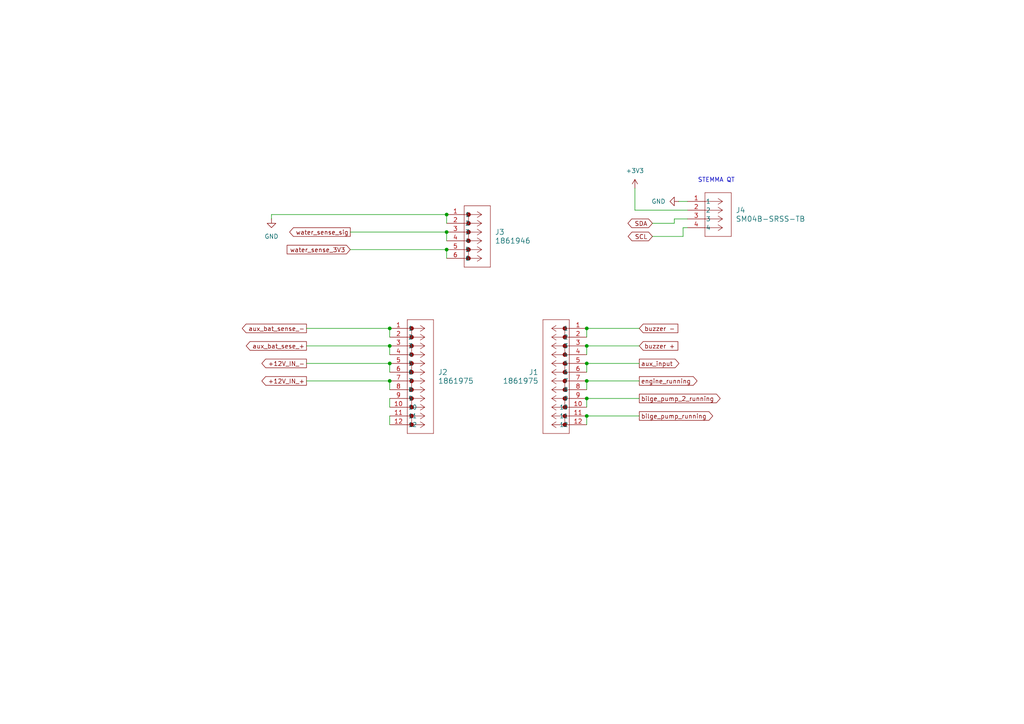
<source format=kicad_sch>
(kicad_sch (version 20231120) (generator "eeschema") (generator_version "8.0")
  (paper "A4")
  (lib_symbols
    (symbol "1861946:1861946" (pin_names (offset 0.254))
      (property "Reference" "J" (at 8.89 6.35 0))
      (property "Value" "1861946" (at 0 0 0))
      (symbol "1861946_0_1"
        (polyline (pts (xy 5.08 -15.24) (xy 12.7 -15.24)) (stroke (width 0.127)))
        (polyline (pts (xy 5.08 2.54) (xy 5.08 -15.24)) (stroke (width 0.127)))
        (polyline (pts (xy 6.35 -10.16) (xy 6.35 -12.7)) (stroke (width 0.127)))
        (polyline (pts (xy 6.35 -5.08) (xy 6.35 -7.62)) (stroke (width 0.127)))
        (polyline (pts (xy 6.35 0) (xy 6.35 -2.54)) (stroke (width 0.127)))
        (polyline (pts (xy 10.16 -12.7) (xy 5.08 -12.7)) (stroke (width 0.127)))
        (polyline (pts (xy 10.16 -12.7) (xy 8.89 -13.5467)) (stroke (width 0.127)))
        (polyline (pts (xy 10.16 -12.7) (xy 8.89 -11.8533)) (stroke (width 0.127)))
        (polyline (pts (xy 10.16 -10.16) (xy 5.08 -10.16)) (stroke (width 0.127)))
        (polyline (pts (xy 10.16 -10.16) (xy 8.89 -11.0067)) (stroke (width 0.127)))
        (polyline (pts (xy 10.16 -10.16) (xy 8.89 -9.3133)) (stroke (width 0.127)))
        (polyline (pts (xy 10.16 -7.62) (xy 5.08 -7.62)) (stroke (width 0.127)))
        (polyline (pts (xy 10.16 -7.62) (xy 8.89 -8.4667)) (stroke (width 0.127)))
        (polyline (pts (xy 10.16 -7.62) (xy 8.89 -6.7733)) (stroke (width 0.127)))
        (polyline (pts (xy 10.16 -5.08) (xy 5.08 -5.08)) (stroke (width 0.127)))
        (polyline (pts (xy 10.16 -5.08) (xy 8.89 -5.9267)) (stroke (width 0.127)))
        (polyline (pts (xy 10.16 -5.08) (xy 8.89 -4.2333)) (stroke (width 0.127)))
        (polyline (pts (xy 10.16 -2.54) (xy 5.08 -2.54)) (stroke (width 0.127)))
        (polyline (pts (xy 10.16 -2.54) (xy 8.89 -3.3867)) (stroke (width 0.127)))
        (polyline (pts (xy 10.16 -2.54) (xy 8.89 -1.6933)) (stroke (width 0.127)))
        (polyline (pts (xy 10.16 0) (xy 5.08 0)) (stroke (width 0.127)))
        (polyline (pts (xy 10.16 0) (xy 8.89 -0.8467)) (stroke (width 0.127)))
        (polyline (pts (xy 10.16 0) (xy 8.89 0.8467)) (stroke (width 0.127)))
        (polyline (pts (xy 12.7 -15.24) (xy 12.7 2.54)) (stroke (width 0.127)))
        (polyline (pts (xy 12.7 2.54) (xy 5.08 2.54)) (stroke (width 0.127)))
        (circle (center 6.35 -12.7) (radius 0.127) (stroke (width 0.508)))
        (circle (center 6.35 -10.16) (radius 0.127) (stroke (width 0.508)))
        (circle (center 6.35 -7.62) (radius 0.127) (stroke (width 0.508)))
        (circle (center 6.35 -5.08) (radius 0.127) (stroke (width 0.508)))
        (circle (center 6.35 -2.54) (radius 0.127) (stroke (width 0.508)))
        (circle (center 6.35 0) (radius 0.127) (stroke (width 0.508)))
        (pin unspecified line (at 0 0 0) (length 5.08) (name "1") (number "1"))
        (pin unspecified line (at 0 -2.54 0) (length 5.08) (name "2") (number "2"))
        (pin unspecified line (at 0 -5.08 0) (length 5.08) (name "3") (number "3"))
        (pin unspecified line (at 0 -7.62 0) (length 5.08) (name "4") (number "4"))
        (pin unspecified line (at 0 -10.16 0) (length 5.08) (name "5") (number "5"))
        (pin unspecified line (at 0 -12.7 0) (length 5.08) (name "6") (number "6"))
      )
    )
    (symbol "1861975:1861975" (pin_names (offset 0.254))
      (property "Reference" "J" (at 8.89 6.35 0))
      (property "Value" "1861975" (at 0 0 0))
      (symbol "1861975_0_1"
        (polyline (pts (xy 5.08 -30.48) (xy 12.7 -30.48)) (stroke (width 0.127)))
        (polyline (pts (xy 5.08 2.54) (xy 5.08 -30.48)) (stroke (width 0.127)))
        (polyline (pts (xy 6.35 -25.4) (xy 6.35 -27.94)) (stroke (width 0.127)))
        (polyline (pts (xy 6.35 -20.32) (xy 6.35 -22.86)) (stroke (width 0.127)))
        (polyline (pts (xy 6.35 -15.24) (xy 6.35 -17.78)) (stroke (width 0.127)))
        (polyline (pts (xy 6.35 -10.16) (xy 6.35 -12.7)) (stroke (width 0.127)))
        (polyline (pts (xy 6.35 -5.08) (xy 6.35 -7.62)) (stroke (width 0.127)))
        (polyline (pts (xy 6.35 0) (xy 6.35 -2.54)) (stroke (width 0.127)))
        (polyline (pts (xy 10.16 -27.94) (xy 5.08 -27.94)) (stroke (width 0.127)))
        (polyline (pts (xy 10.16 -27.94) (xy 8.89 -28.7867)) (stroke (width 0.127)))
        (polyline (pts (xy 10.16 -27.94) (xy 8.89 -27.0933)) (stroke (width 0.127)))
        (polyline (pts (xy 10.16 -25.4) (xy 5.08 -25.4)) (stroke (width 0.127)))
        (polyline (pts (xy 10.16 -25.4) (xy 8.89 -26.2467)) (stroke (width 0.127)))
        (polyline (pts (xy 10.16 -25.4) (xy 8.89 -24.5533)) (stroke (width 0.127)))
        (polyline (pts (xy 10.16 -22.86) (xy 5.08 -22.86)) (stroke (width 0.127)))
        (polyline (pts (xy 10.16 -22.86) (xy 8.89 -23.7067)) (stroke (width 0.127)))
        (polyline (pts (xy 10.16 -22.86) (xy 8.89 -22.0133)) (stroke (width 0.127)))
        (polyline (pts (xy 10.16 -20.32) (xy 5.08 -20.32)) (stroke (width 0.127)))
        (polyline (pts (xy 10.16 -20.32) (xy 8.89 -21.1667)) (stroke (width 0.127)))
        (polyline (pts (xy 10.16 -20.32) (xy 8.89 -19.4733)) (stroke (width 0.127)))
        (polyline (pts (xy 10.16 -17.78) (xy 5.08 -17.78)) (stroke (width 0.127)))
        (polyline (pts (xy 10.16 -17.78) (xy 8.89 -18.6267)) (stroke (width 0.127)))
        (polyline (pts (xy 10.16 -17.78) (xy 8.89 -16.9333)) (stroke (width 0.127)))
        (polyline (pts (xy 10.16 -15.24) (xy 5.08 -15.24)) (stroke (width 0.127)))
        (polyline (pts (xy 10.16 -15.24) (xy 8.89 -16.0867)) (stroke (width 0.127)))
        (polyline (pts (xy 10.16 -15.24) (xy 8.89 -14.3933)) (stroke (width 0.127)))
        (polyline (pts (xy 10.16 -12.7) (xy 5.08 -12.7)) (stroke (width 0.127)))
        (polyline (pts (xy 10.16 -12.7) (xy 8.89 -13.5467)) (stroke (width 0.127)))
        (polyline (pts (xy 10.16 -12.7) (xy 8.89 -11.8533)) (stroke (width 0.127)))
        (polyline (pts (xy 10.16 -10.16) (xy 5.08 -10.16)) (stroke (width 0.127)))
        (polyline (pts (xy 10.16 -10.16) (xy 8.89 -11.0067)) (stroke (width 0.127)))
        (polyline (pts (xy 10.16 -10.16) (xy 8.89 -9.3133)) (stroke (width 0.127)))
        (polyline (pts (xy 10.16 -7.62) (xy 5.08 -7.62)) (stroke (width 0.127)))
        (polyline (pts (xy 10.16 -7.62) (xy 8.89 -8.4667)) (stroke (width 0.127)))
        (polyline (pts (xy 10.16 -7.62) (xy 8.89 -6.7733)) (stroke (width 0.127)))
        (polyline (pts (xy 10.16 -5.08) (xy 5.08 -5.08)) (stroke (width 0.127)))
        (polyline (pts (xy 10.16 -5.08) (xy 8.89 -5.9267)) (stroke (width 0.127)))
        (polyline (pts (xy 10.16 -5.08) (xy 8.89 -4.2333)) (stroke (width 0.127)))
        (polyline (pts (xy 10.16 -2.54) (xy 5.08 -2.54)) (stroke (width 0.127)))
        (polyline (pts (xy 10.16 -2.54) (xy 8.89 -3.3867)) (stroke (width 0.127)))
        (polyline (pts (xy 10.16 -2.54) (xy 8.89 -1.6933)) (stroke (width 0.127)))
        (polyline (pts (xy 10.16 0) (xy 5.08 0)) (stroke (width 0.127)))
        (polyline (pts (xy 10.16 0) (xy 8.89 -0.8467)) (stroke (width 0.127)))
        (polyline (pts (xy 10.16 0) (xy 8.89 0.8467)) (stroke (width 0.127)))
        (polyline (pts (xy 12.7 -30.48) (xy 12.7 2.54)) (stroke (width 0.127)))
        (polyline (pts (xy 12.7 2.54) (xy 5.08 2.54)) (stroke (width 0.127)))
        (circle (center 6.35 -27.94) (radius 0.127) (stroke (width 0.508)))
        (circle (center 6.35 -25.4) (radius 0.127) (stroke (width 0.508)))
        (circle (center 6.35 -22.86) (radius 0.127) (stroke (width 0.508)))
        (circle (center 6.35 -20.32) (radius 0.127) (stroke (width 0.508)))
        (circle (center 6.35 -17.78) (radius 0.127) (stroke (width 0.508)))
        (circle (center 6.35 -15.24) (radius 0.127) (stroke (width 0.508)))
        (circle (center 6.35 -12.7) (radius 0.127) (stroke (width 0.508)))
        (circle (center 6.35 -10.16) (radius 0.127) (stroke (width 0.508)))
        (circle (center 6.35 -7.62) (radius 0.127) (stroke (width 0.508)))
        (circle (center 6.35 -5.08) (radius 0.127) (stroke (width 0.508)))
        (circle (center 6.35 -2.54) (radius 0.127) (stroke (width 0.508)))
        (circle (center 6.35 0) (radius 0.127) (stroke (width 0.508)))
        (pin unspecified line (at 0 0 0) (length 5.08) (name "1") (number "1"))
        (pin unspecified line (at 0 -22.86 0) (length 5.08) (name "10") (number "10"))
        (pin unspecified line (at 0 -25.4 0) (length 5.08) (name "11") (number "11"))
        (pin unspecified line (at 0 -27.94 0) (length 5.08) (name "12") (number "12"))
        (pin unspecified line (at 0 -2.54 0) (length 5.08) (name "2") (number "2"))
        (pin unspecified line (at 0 -5.08 0) (length 5.08) (name "3") (number "3"))
        (pin unspecified line (at 0 -7.62 0) (length 5.08) (name "4") (number "4"))
        (pin unspecified line (at 0 -10.16 0) (length 5.08) (name "5") (number "5"))
        (pin unspecified line (at 0 -12.7 0) (length 5.08) (name "6") (number "6"))
        (pin unspecified line (at 0 -15.24 0) (length 5.08) (name "7") (number "7"))
        (pin unspecified line (at 0 -17.78 0) (length 5.08) (name "8") (number "8"))
        (pin unspecified line (at 0 -20.32 0) (length 5.08) (name "9") (number "9"))
      )
    )
    (symbol "power:+3V3" (power) (pin_names (offset 0))
      (property "Value" "+3V3" (at 0 3.556 0))
      (symbol "+3V3_0_1"
        (polyline (pts (xy -0.762 1.27) (xy 0 2.54)))
        (polyline (pts (xy 0 0) (xy 0 2.54)))
        (polyline (pts (xy 0 2.54) (xy 0.762 1.27)))
      )
      (symbol "+3V3_1_1"
        (pin power_in line (at 0 0 90) (length 0) hide (name "+3V3") (number "1"))
      )
    )
    (symbol "power:GND" (power) (pin_numbers hide) (pin_names (offset 0) hide)
      (property "Value" "GND" (at 0 -3.81 0))
      (symbol "GND_0_1"
        (polyline (pts (xy 0 0) (xy 0 -1.27) (xy 1.27 -1.27) (xy 0 -2.54) (xy -1.27 -1.27) (xy 0 -1.27)))
      )
      (symbol "GND_1_1"
        (pin power_in line (at 0 0 270) (length 0) (name "~") (number "1"))
      )
    )
    (symbol "stemma QT:SM04B-SRSS-TB" (pin_names (offset 0.254))
      (property "Reference" "J" (at 8.89 6.35 0))
      (property "Value" "SM04B-SRSS-TB" (at 0 0 0))
      (symbol "SM04B-SRSS-TB_1_1"
        (polyline (pts (xy 5.08 -10.16) (xy 12.7 -10.16)) (stroke (width 0.127)))
        (polyline (pts (xy 5.08 2.54) (xy 5.08 -10.16)) (stroke (width 0.127)))
        (polyline (pts (xy 10.16 -7.62) (xy 5.08 -7.62)) (stroke (width 0.127)))
        (polyline (pts (xy 10.16 -7.62) (xy 8.89 -8.4667)) (stroke (width 0.127)))
        (polyline (pts (xy 10.16 -7.62) (xy 8.89 -6.7733)) (stroke (width 0.127)))
        (polyline (pts (xy 10.16 -5.08) (xy 5.08 -5.08)) (stroke (width 0.127)))
        (polyline (pts (xy 10.16 -5.08) (xy 8.89 -5.9267)) (stroke (width 0.127)))
        (polyline (pts (xy 10.16 -5.08) (xy 8.89 -4.2333)) (stroke (width 0.127)))
        (polyline (pts (xy 10.16 -2.54) (xy 5.08 -2.54)) (stroke (width 0.127)))
        (polyline (pts (xy 10.16 -2.54) (xy 8.89 -3.3867)) (stroke (width 0.127)))
        (polyline (pts (xy 10.16 -2.54) (xy 8.89 -1.6933)) (stroke (width 0.127)))
        (polyline (pts (xy 10.16 0) (xy 5.08 0)) (stroke (width 0.127)))
        (polyline (pts (xy 10.16 0) (xy 8.89 -0.8467)) (stroke (width 0.127)))
        (polyline (pts (xy 10.16 0) (xy 8.89 0.8467)) (stroke (width 0.127)))
        (polyline (pts (xy 12.7 -10.16) (xy 12.7 2.54)) (stroke (width 0.127)))
        (polyline (pts (xy 12.7 2.54) (xy 5.08 2.54)) (stroke (width 0.127)))
        (pin unspecified line (at 0 0 0) (length 5.08) (name "1") (number "1"))
        (pin unspecified line (at 0 -2.54 0) (length 5.08) (name "2") (number "2"))
        (pin unspecified line (at 0 -5.08 0) (length 5.08) (name "3") (number "3"))
        (pin unspecified line (at 0 -7.62 0) (length 5.08) (name "4") (number "4"))
      )
      (symbol "SM04B-SRSS-TB_1_2"
        (polyline (pts (xy 5.08 -10.16) (xy 12.7 -10.16)) (stroke (width 0.127)))
        (polyline (pts (xy 5.08 2.54) (xy 5.08 -10.16)) (stroke (width 0.127)))
        (polyline (pts (xy 7.62 -7.62) (xy 5.08 -7.62)) (stroke (width 0.127)))
        (polyline (pts (xy 7.62 -7.62) (xy 8.89 -8.4667)) (stroke (width 0.127)))
        (polyline (pts (xy 7.62 -7.62) (xy 8.89 -6.7733)) (stroke (width 0.127)))
        (polyline (pts (xy 7.62 -5.08) (xy 5.08 -5.08)) (stroke (width 0.127)))
        (polyline (pts (xy 7.62 -5.08) (xy 8.89 -5.9267)) (stroke (width 0.127)))
        (polyline (pts (xy 7.62 -5.08) (xy 8.89 -4.2333)) (stroke (width 0.127)))
        (polyline (pts (xy 7.62 -2.54) (xy 5.08 -2.54)) (stroke (width 0.127)))
        (polyline (pts (xy 7.62 -2.54) (xy 8.89 -3.3867)) (stroke (width 0.127)))
        (polyline (pts (xy 7.62 -2.54) (xy 8.89 -1.6933)) (stroke (width 0.127)))
        (polyline (pts (xy 7.62 0) (xy 5.08 0)) (stroke (width 0.127)))
        (polyline (pts (xy 7.62 0) (xy 8.89 -0.8467)) (stroke (width 0.127)))
        (polyline (pts (xy 7.62 0) (xy 8.89 0.8467)) (stroke (width 0.127)))
        (polyline (pts (xy 12.7 -10.16) (xy 12.7 2.54)) (stroke (width 0.127)))
        (polyline (pts (xy 12.7 2.54) (xy 5.08 2.54)) (stroke (width 0.127)))
        (pin unspecified line (at 0 0 0) (length 5.08) (name "1") (number "1"))
        (pin unspecified line (at 0 -2.54 0) (length 5.08) (name "2") (number "2"))
        (pin unspecified line (at 0 -5.08 0) (length 5.08) (name "3") (number "3"))
        (pin unspecified line (at 0 -7.62 0) (length 5.08) (name "4") (number "4"))
      )
    )
  )
  (junction (at 170.18 95.25))
  (junction (at 170.18 110.49))
  (junction (at 113.03 95.25))
  (junction (at 170.18 115.57))
  (junction (at 113.03 110.49))
  (junction (at 170.18 100.33))
  (junction (at 113.03 100.33))
  (junction (at 113.03 105.41))
  (junction (at 129.54 72.39))
  (junction (at 129.54 67.31))
  (junction (at 129.54 62.23))
  (junction (at 170.18 120.65))
  (junction (at 170.18 105.41))
  (wire (pts (xy 129.54 62.23) (xy 129.54 64.77)))
  (wire (pts (xy 170.18 95.25) (xy 185.42 95.25)))
  (wire (pts (xy 170.18 115.57) (xy 170.18 118.11)))
  (wire (pts (xy 88.9 95.25) (xy 113.03 95.25)))
  (wire (pts (xy 195.58 64.77) (xy 195.58 63.5)))
  (wire (pts (xy 170.18 120.65) (xy 185.42 120.65)))
  (wire (pts (xy 170.18 115.57) (xy 185.42 115.57)))
  (wire (pts (xy 198.12 68.58) (xy 198.12 66.04)))
  (wire (pts (xy 113.03 95.25) (xy 113.03 97.79)))
  (wire (pts (xy 170.18 105.41) (xy 170.18 107.95)))
  (wire (pts (xy 170.18 110.49) (xy 185.42 110.49)))
  (wire (pts (xy 189.23 68.58) (xy 198.12 68.58)))
  (wire (pts (xy 113.03 115.57) (xy 113.03 118.11)))
  (wire (pts (xy 170.18 95.25) (xy 170.18 97.79)))
  (wire (pts (xy 198.12 66.04) (xy 199.39 66.04)))
  (wire (pts (xy 88.9 105.41) (xy 113.03 105.41)))
  (wire (pts (xy 101.6 67.31) (xy 129.54 67.31)))
  (wire (pts (xy 113.03 120.65) (xy 113.03 123.19)))
  (wire (pts (xy 195.58 63.5) (xy 199.39 63.5)))
  (wire (pts (xy 184.15 54.61) (xy 184.15 60.96)))
  (wire (pts (xy 184.15 60.96) (xy 199.39 60.96)))
  (wire (pts (xy 101.6 72.39) (xy 129.54 72.39)))
  (wire (pts (xy 113.03 110.49) (xy 113.03 113.03)))
  (wire (pts (xy 129.54 72.39) (xy 129.54 74.93)))
  (wire (pts (xy 113.03 105.41) (xy 113.03 107.95)))
  (wire (pts (xy 170.18 100.33) (xy 170.18 102.87)))
  (wire (pts (xy 196.85 58.42) (xy 199.39 58.42)))
  (wire (pts (xy 88.9 110.49) (xy 113.03 110.49)))
  (wire (pts (xy 170.18 110.49) (xy 170.18 113.03)))
  (wire (pts (xy 170.18 105.41) (xy 185.42 105.41)))
  (wire (pts (xy 78.74 63.5) (xy 78.74 62.23)))
  (wire (pts (xy 189.23 64.77) (xy 195.58 64.77)))
  (wire (pts (xy 113.03 100.33) (xy 113.03 102.87)))
  (wire (pts (xy 170.18 120.65) (xy 170.18 123.19)))
  (wire (pts (xy 170.18 100.33) (xy 185.42 100.33)))
  (wire (pts (xy 78.74 62.23) (xy 129.54 62.23)))
  (wire (pts (xy 88.9 100.33) (xy 113.03 100.33)))
  (wire (pts (xy 129.54 67.31) (xy 129.54 69.85)))
  (text "STEMMA QT\n" (at 207.772 52.324 0) (effects (font (size 1.27 1.27))))
  (global_label "+12V_IN_+" (shape output) (at 88.9 110.49 180) (property "Intersheetrefs" "${INTERSHEET_REFS}" (effects (hide yes))))
  (global_label "aux_input" (shape output) (at 185.42 105.41 0) (property "Intersheetrefs" "${INTERSHEET_REFS}" (effects (hide yes))))
  (global_label "SDA" (shape bidirectional) (at 189.23 64.77 180) (property "Intersheetrefs" "${INTERSHEET_REFS}" (effects (hide yes))))
  (global_label "SCL" (shape bidirectional) (at 189.23 68.58 180) (property "Intersheetrefs" "${INTERSHEET_REFS}" (effects (hide yes))))
  (global_label "water_sense_3V3" (shape input) (at 101.6 72.39 180) (property "Intersheetrefs" "${INTERSHEET_REFS}" (effects (hide yes))))
  (global_label "aux_bat_sense_-" (shape output) (at 88.9 95.25 180) (property "Intersheetrefs" "${INTERSHEET_REFS}" (effects (hide yes))))
  (global_label "+12V_IN_-" (shape output) (at 88.9 105.41 180) (property "Intersheetrefs" "${INTERSHEET_REFS}" (effects (hide yes))))
  (global_label "engine_running" (shape output) (at 185.42 110.49 0) (property "Intersheetrefs" "${INTERSHEET_REFS}" (effects (hide yes))))
  (global_label "water_sense_sig" (shape output) (at 101.6 67.31 180) (property "Intersheetrefs" "${INTERSHEET_REFS}" (effects (hide yes))))
  (global_label "bilge_pump_running" (shape output) (at 185.42 120.65 0) (property "Intersheetrefs" "${INTERSHEET_REFS}" (effects (hide yes))))
  (global_label "buzzer +" (shape input) (at 185.42 100.33 0) (property "Intersheetrefs" "${INTERSHEET_REFS}" (effects (hide yes))))
  (global_label "bilge_pump_2_running" (shape output) (at 185.42 115.57 0) (property "Intersheetrefs" "${INTERSHEET_REFS}" (effects (hide yes))))
  (global_label "aux_bat_sese_+" (shape output) (at 88.9 100.33 180) (property "Intersheetrefs" "${INTERSHEET_REFS}" (effects (hide yes))))
  (global_label "buzzer -" (shape input) (at 185.42 95.25 0) (property "Intersheetrefs" "${INTERSHEET_REFS}" (effects (hide yes))))
  (symbol (lib_id "power:GND") (at 78.74 63.5 0) (unit 1)
    (property "Reference" "#PWR044" (effects (hide yes)))
    (property "Value" "GND" (at 78.74 68.58 0))
    (property "Description" "Power symbol creates a global label with name \"GND\" , ground" (effects (hide yes)))
  )
  (symbol (lib_id "1861975:1861975") (at 113.03 95.25 0) (unit 1)
    (property "Reference" "J2" (at 127 107.9499 0) (effects (font (size 1.524 1.524)) (justify left)))
    (property "Value" "1861975" (at 127 110.4899 0) (effects (font (size 1.524 1.524)) (justify left)))
    (property "Footprint" "1891975:CONN_1861975" (effects (hide yes)))
    (property "Datasheet" "1861975" (effects (hide yes)))
  )
  (symbol (lib_id "stemma QT:SM04B-SRSS-TB") (at 199.39 58.42 0) (unit 1)
    (property "Reference" "J4" (at 213.36 60.9599 0) (effects (font (size 1.524 1.524)) (justify left)))
    (property "Value" "SM04B-SRSS-TB" (at 213.36 63.4999 0) (effects (font (size 1.524 1.524)) (justify left)))
    (property "Footprint" "Connector_JST:JST_SH_SM04B-SRSS-TB_1x04-1MP_P1.00mm_Horizontal" (effects (hide yes)))
    (property "Datasheet" "SM04B-SRSS-TB" (effects (hide yes)))
  )
  (symbol (lib_id "1861946:1861946") (at 129.54 62.23 0) (unit 1)
    (property "Reference" "J3" (at 143.51 67.3099 0) (effects (font (size 1.524 1.524)) (justify left)))
    (property "Value" "1861946" (at 143.51 69.8499 0) (effects (font (size 1.524 1.524)) (justify left)))
    (property "Footprint" "1891946:CONN_1861946" (effects (hide yes)))
    (property "Datasheet" "1861946" (effects (hide yes)))
  )
  (symbol (lib_id "1861975:1861975") (at 170.18 95.25 0) (mirror y) (unit 1)
    (property "Reference" "J1" (at 156.21 107.9499 0) (effects (font (size 1.524 1.524)) (justify left)))
    (property "Value" "1861975" (at 156.21 110.4899 0) (effects (font (size 1.524 1.524)) (justify left)))
    (property "Footprint" "1891975:CONN_1861975" (effects (hide yes)))
    (property "Datasheet" "1861975" (effects (hide yes)))
  )
  (symbol (lib_id "power:GND") (at 196.85 58.42 270) (unit 1)
    (property "Reference" "#PWR043" (effects (hide yes)))
    (property "Value" "GND" (at 193.04 58.4199 90) (effects (justify right)))
    (property "Description" "Power symbol creates a global label with name \"GND\" , ground" (effects (hide yes)))
  )
  (symbol (lib_id "power:+3V3") (at 184.15 54.61 0) (unit 1)
    (property "Reference" "#PWR040" (effects (hide yes)))
    (property "Value" "+3V3" (at 184.15 49.53 0))
  )
)
</source>
